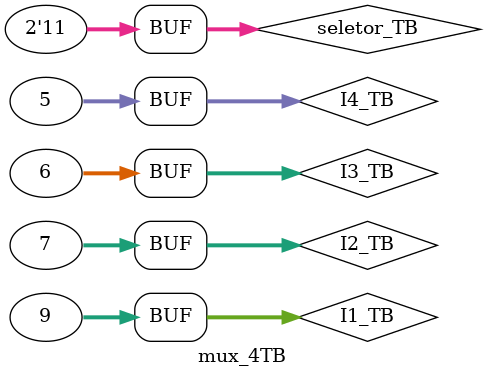
<source format=v>
`timescale 1ns/1ps

module mux_4TB();

	wire [31:0] I1_TB, I2_TB, I3_TB, I4_TB;
	reg [1:0] seletor_TB;
	wire [31:0] F_TB;

	Mux_AluB DUT(seletor_TB, I1_TB, I2_TB, I3_TB, F_TB);

	assign I1_TB = 32'd9;
	assign I2_TB = 32'd7;
	assign I3_TB = 32'd6;
	assign I4_TB = 32'd5;

	initial
		begin
			$dumpfile("mux_4TB.vcd");
			$dumpvars(0,mux_4TB);

			// testes genericos
			seletor_TB = 2'b00;
            #10 seletor_TB = 2'b01;
            #10 seletor_TB = 2'b10;
            #10 seletor_TB = 2'b11;
            #10;
		end
endmodule
</source>
